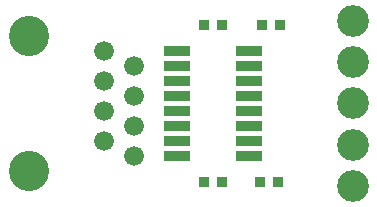
<source format=gts>
G75*
%MOIN*%
%OFA0B0*%
%FSLAX24Y24*%
%IPPOS*%
%LPD*%
%AMOC8*
5,1,8,0,0,1.08239X$1,22.5*
%
%ADD10R,0.0860X0.0320*%
%ADD11C,0.0660*%
%ADD12C,0.1340*%
%ADD13C,0.1060*%
%ADD14R,0.0360X0.0360*%
D10*
X008220Y002055D03*
X008220Y002555D03*
X008220Y003055D03*
X008220Y003555D03*
X008220Y004055D03*
X008220Y004555D03*
X008220Y005055D03*
X008220Y005555D03*
X010640Y005555D03*
X010640Y005055D03*
X010640Y004555D03*
X010640Y004055D03*
X010640Y003555D03*
X010640Y003055D03*
X010640Y002555D03*
X010640Y002055D03*
D11*
X006805Y002055D03*
X005805Y002555D03*
X006805Y003055D03*
X005805Y003555D03*
X006805Y004055D03*
X005805Y004555D03*
X006805Y005055D03*
X005805Y005555D03*
D12*
X003305Y001555D03*
X003305Y006055D03*
D13*
X014094Y006561D03*
X014094Y005183D03*
X014094Y003805D03*
X014094Y002427D03*
X014094Y001049D03*
D14*
X011605Y001180D03*
X011005Y001180D03*
X009730Y001180D03*
X009130Y001180D03*
X009130Y006430D03*
X009730Y006430D03*
X011068Y006430D03*
X011668Y006430D03*
M02*

</source>
